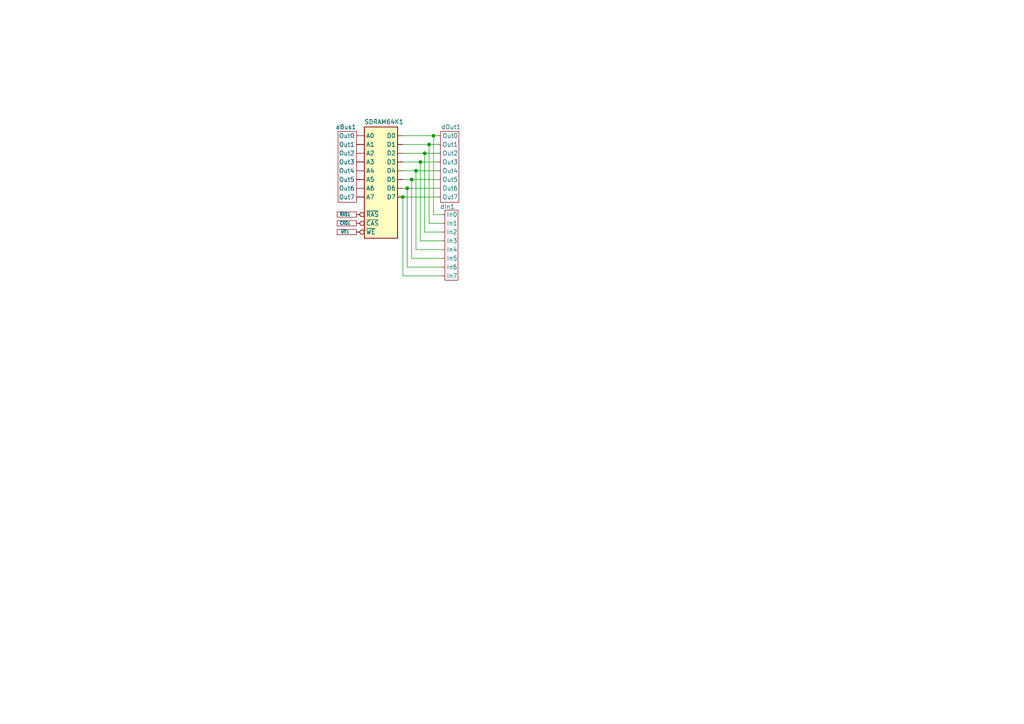
<source format=kicad_sch>
(kicad_sch (version 20230121) (generator eeschema)
  (paper "A4")
  (lib_symbols
    (symbol "Tests:InBus" (pin_numbers hide)
      (property "Reference" "InBus" (at 1.512 11.176 0))
      (symbol "InBus_0_1"
        (rectangle (start 0.75 10.16) (end 4.56 -10.16))
      )
      (symbol "InBus_1_1"
        (pin input line (at 0 8.89 0) (length 0.75) (name "In0") (number "0"))
        (pin input line (at 0 6.35 0) (length 0.75) (name "In1") (number "1"))
        (pin input line (at 0 3.81 0) (length 0.75) (name "In2") (number "2"))
        (pin input line (at 0 1.27 0) (length 0.75) (name "In3") (number "3"))
        (pin input line (at 0 -1.27 0) (length 0.75) (name "In4") (number "4"))
        (pin input line (at 0 -3.81 0) (length 0.75) (name "In5") (number "5"))
        (pin input line (at 0 -6.35 0) (length 0.75) (name "In6") (number "6"))
        (pin input line (at 0 -8.89 0) (length 0.75) (name "In7") (number "7"))
      )
    )
    (symbol "Tests:OutBus" (pin_numbers hide)
      (property "Reference" "OutBus" (at -1.524 11.176 0))
      (symbol "OutBus_0_1"
        (rectangle (start -6.096 10.16) (end -0.75 -10.414))
      )
      (symbol "OutBus_1_1"
        (pin output line (at 0 8.89 180) (length 0.75) (name "Out0") (number "0"))
        (pin output line (at 0 6.35 180) (length 0.75) (name "Out1") (number "1"))
        (pin output line (at 0 3.81 180) (length 0.75) (name "Out2") (number "2"))
        (pin output line (at 0 1.27 180) (length 0.75) (name "Out3") (number "3"))
        (pin output line (at 0 -1.27 180) (length 0.75) (name "Out4") (number "4"))
        (pin output line (at 0 -3.81 180) (length 0.75) (name "Out5") (number "5"))
        (pin output line (at 0 -6.35 180) (length 0.75) (name "Out6") (number "6"))
        (pin output line (at 0 -8.89 180) (length 0.75) (name "Out7") (number "7"))
      )
    )
    (symbol "Tests:OutPin" (pin_numbers hide) (pin_names hide)
      (property "Reference" "OutPin" (at -4.064 0 0))
      (symbol "OutPin_0_1"
        (rectangle (start -6.35 0.762) (end -0.762 -0.762))
      )
      (symbol "OutPin_1_1"
        (pin output line (at 0 0 180) (length 0.75) (name "Out") (number "1"))
      )
    )
    (symbol "chip:SDRAM64K" (pin_numbers hide)
      (property "Reference" "SDRAM64K" (at -4.826 21.082 0))
      (symbol "SDRAM64K_1_1"
        (rectangle (start -4.826 20.32) (end 4.826 -11.938) (stroke (width 0.254)) (fill (type background)))
        (pin input line (at -6.35 17.78 0) (length 1.5) (name "A0") (number "1"))
        (pin bidirectional line (at 6.35 17.78 180) (length 1.5) (name "D0") (number "17"))
        (pin bidirectional line (at 6.35 15.24 180) (length 1.5) (name "D1") (number "18"))
        (pin bidirectional line (at 6.35 12.7 180) (length 1.5) (name "D2") (number "19"))
        (pin input line (at -6.35 15.24 0) (length 1.5) (name "A1") (number "2"))
        (pin bidirectional line (at 6.35 10.16 180) (length 1.5) (name "D3") (number "20"))
        (pin bidirectional line (at 6.35 7.62 180) (length 1.5) (name "D4") (number "21"))
        (pin bidirectional line (at 6.35 5.08 180) (length 1.5) (name "D5") (number "22"))
        (pin bidirectional line (at 6.35 2.54 180) (length 1.5) (name "D6") (number "23"))
        (pin bidirectional line (at 6.35 0 180) (length 1.5) (name "D7") (number "24"))
        (pin input inverted (at -6.35 -5.08 0) (length 1.5) (name "~{RAS}") (number "26"))
        (pin input inverted (at -6.35 -7.62 0) (length 1.5) (name "~{CAS}") (number "27"))
        (pin input inverted (at -6.35 -10.16 0) (length 1.5) (name "~{WE}") (number "28"))
        (pin input line (at -6.35 12.7 0) (length 1.5) (name "A2") (number "3"))
        (pin input line (at -6.35 10.16 0) (length 1.5) (name "A3") (number "4"))
        (pin input line (at -6.35 7.62 0) (length 1.5) (name "A4") (number "5"))
        (pin input line (at -6.35 5.08 0) (length 1.5) (name "A5") (number "6"))
        (pin input line (at -6.35 2.54 0) (length 1.5) (name "A6") (number "7"))
        (pin input line (at -6.35 0 0) (length 1.5) (name "A7") (number "8"))
      )
    )
  )
  (junction (at 125.73 39.37))
  (junction (at 120.65 49.53))
  (junction (at 124.46 41.91))
  (junction (at 118.11 54.61))
  (junction (at 119.38 52.07))
  (junction (at 116.84 57.15))
  (junction (at 123.19 44.45))
  (junction (at 121.92 46.99))
  (wire (pts (xy 128.27 67.31) (xy 123.19 67.31)))
  (wire (pts (xy 118.11 54.61) (xy 118.11 77.47)))
  (wire (pts (xy 116.84 41.91) (xy 124.46 41.91)))
  (wire (pts (xy 120.65 72.39) (xy 120.65 49.53)))
  (wire (pts (xy 121.92 69.85) (xy 121.92 46.99)))
  (wire (pts (xy 123.19 67.31) (xy 123.19 44.45)))
  (wire (pts (xy 128.27 72.39) (xy 120.65 72.39)))
  (wire (pts (xy 116.84 39.37) (xy 125.73 39.37)))
  (wire (pts (xy 127 39.37) (xy 125.73 39.37)))
  (wire (pts (xy 119.38 52.07) (xy 127 52.07)))
  (wire (pts (xy 121.92 46.99) (xy 127 46.99)))
  (wire (pts (xy 116.84 52.07) (xy 119.38 52.07)))
  (wire (pts (xy 116.84 46.99) (xy 121.92 46.99)))
  (wire (pts (xy 127 41.91) (xy 124.46 41.91)))
  (wire (pts (xy 119.38 74.93) (xy 119.38 52.07)))
  (wire (pts (xy 128.27 80.01) (xy 116.84 80.01)))
  (wire (pts (xy 116.84 80.01) (xy 116.84 57.15)))
  (wire (pts (xy 116.84 49.53) (xy 120.65 49.53)))
  (wire (pts (xy 125.73 62.23) (xy 125.73 39.37)))
  (wire (pts (xy 128.27 74.93) (xy 119.38 74.93)))
  (wire (pts (xy 116.84 57.15) (xy 127 57.15)))
  (wire (pts (xy 123.19 44.45) (xy 127 44.45)))
  (wire (pts (xy 128.27 64.77) (xy 124.46 64.77)))
  (wire (pts (xy 128.27 77.47) (xy 118.11 77.47)))
  (wire (pts (xy 128.27 69.85) (xy 121.92 69.85)))
  (wire (pts (xy 118.11 54.61) (xy 127 54.61)))
  (wire (pts (xy 116.84 44.45) (xy 123.19 44.45)))
  (wire (pts (xy 128.27 62.23) (xy 125.73 62.23)))
  (wire (pts (xy 120.65 49.53) (xy 127 49.53)))
  (wire (pts (xy 118.11 54.61) (xy 116.84 54.61)))
  (wire (pts (xy 124.46 41.91) (xy 124.46 64.77)))
  (symbol (lib_id "Tests:OutPin") (at 104.14 62.23 0) (unit 1)
    (property "Reference" "~{RAS}1" (at 100.076 62.23 0) (effects (font (size 0.8 0.8))))
    (property "Value" "OutPin" (effects hide))
  )
  (symbol (lib_id "Tests:OutBus") (at 127 48.26 0) (mirror y) (unit 1)
    (property "Reference" "dOut1" (at 130.81 36.83 0))
    (property "Value" "OutBus" (effects hide))
  )
  (symbol (lib_id "Tests:OutPin") (at 104.14 64.77 0) (unit 1)
    (property "Reference" "~{CAS}1" (at 100.076 64.77 0) (effects (font (size 0.8 0.8))))
    (property "Value" "OutPin" (effects hide))
  )
  (symbol (lib_id "chip:SDRAM64K") (at 110.49 57.15 0) (unit 1)
    (property "Reference" "SDRAM64K1" (at 105.664 36.068 0) (effects (justify left bottom)))
    (property "Value" "SDRAM64K" (effects hide))
  )
  (symbol (lib_id "Tests:InBus") (at 128.27 71.12 0) (unit 1)
    (property "Reference" "dIn1" (at 129.782 59.944 0))
    (property "Value" "InBus" (effects hide))
  )
  (symbol (lib_id "Tests:OutPin") (at 104.14 67.31 0) (unit 1)
    (property "Reference" "~{WE}1" (at 100.076 67.31 0) (effects (font (size 0.8 0.8))))
    (property "Value" "OutPin" (effects hide))
  )
  (symbol (lib_id "Tests:OutBus") (at 104.14 48.26 0) (unit 1)
    (property "Reference" "aBus1" (at 100.33 36.83 0))
    (property "Value" "OutBus" (effects hide))
  )
)
</source>
